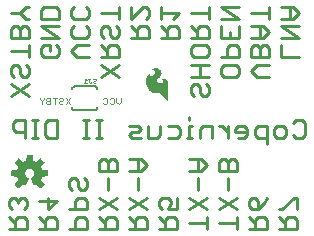
<source format=gbr>
G04 EAGLE Gerber RS-274X export*
G75*
%MOMM*%
%FSLAX34Y34*%
%LPD*%
%INSilkscreen Bottom*%
%IPPOS*%
%AMOC8*
5,1,8,0,0,1.08239X$1,22.5*%
G01*
%ADD10C,0.279400*%
%ADD11C,0.101600*%
%ADD12C,0.203200*%
%ADD13C,0.025400*%

G36*
X44720Y69046D02*
X44720Y69046D01*
X44828Y69056D01*
X44841Y69062D01*
X44855Y69064D01*
X44952Y69112D01*
X45051Y69157D01*
X45064Y69168D01*
X45073Y69172D01*
X45088Y69188D01*
X45165Y69250D01*
X47750Y71835D01*
X47813Y71924D01*
X47879Y72009D01*
X47884Y72022D01*
X47892Y72034D01*
X47923Y72137D01*
X47959Y72240D01*
X47959Y72254D01*
X47963Y72267D01*
X47959Y72375D01*
X47960Y72484D01*
X47955Y72497D01*
X47955Y72511D01*
X47917Y72613D01*
X47882Y72715D01*
X47873Y72730D01*
X47869Y72739D01*
X47855Y72756D01*
X47801Y72838D01*
X45037Y76228D01*
X45594Y77310D01*
X45600Y77330D01*
X45642Y77425D01*
X46013Y78584D01*
X50364Y79027D01*
X50468Y79055D01*
X50574Y79080D01*
X50586Y79087D01*
X50599Y79090D01*
X50689Y79151D01*
X50782Y79208D01*
X50790Y79219D01*
X50802Y79227D01*
X50868Y79313D01*
X50937Y79397D01*
X50941Y79410D01*
X50950Y79421D01*
X50984Y79524D01*
X51023Y79625D01*
X51024Y79643D01*
X51028Y79652D01*
X51028Y79674D01*
X51037Y79772D01*
X51037Y83428D01*
X51020Y83535D01*
X51006Y83643D01*
X51000Y83655D01*
X50998Y83669D01*
X50946Y83765D01*
X50899Y83862D01*
X50889Y83872D01*
X50883Y83884D01*
X50803Y83958D01*
X50727Y84035D01*
X50715Y84041D01*
X50705Y84051D01*
X50606Y84096D01*
X50509Y84144D01*
X50491Y84148D01*
X50482Y84152D01*
X50461Y84154D01*
X50364Y84173D01*
X46013Y84616D01*
X45642Y85775D01*
X45633Y85793D01*
X45631Y85800D01*
X45627Y85807D01*
X45594Y85890D01*
X45037Y86972D01*
X47801Y90362D01*
X47855Y90456D01*
X47912Y90548D01*
X47915Y90561D01*
X47922Y90573D01*
X47943Y90680D01*
X47968Y90785D01*
X47966Y90799D01*
X47969Y90813D01*
X47954Y90920D01*
X47944Y91028D01*
X47938Y91041D01*
X47936Y91055D01*
X47888Y91152D01*
X47843Y91251D01*
X47832Y91264D01*
X47828Y91273D01*
X47812Y91288D01*
X47750Y91365D01*
X45165Y93950D01*
X45076Y94013D01*
X44991Y94079D01*
X44978Y94084D01*
X44966Y94092D01*
X44863Y94123D01*
X44760Y94159D01*
X44746Y94159D01*
X44733Y94163D01*
X44625Y94159D01*
X44516Y94160D01*
X44503Y94155D01*
X44489Y94155D01*
X44387Y94117D01*
X44285Y94082D01*
X44270Y94073D01*
X44261Y94069D01*
X44244Y94055D01*
X44162Y94001D01*
X40772Y91237D01*
X39690Y91794D01*
X39670Y91800D01*
X39575Y91842D01*
X38416Y92213D01*
X37973Y96564D01*
X37945Y96668D01*
X37920Y96774D01*
X37913Y96786D01*
X37910Y96799D01*
X37849Y96889D01*
X37792Y96982D01*
X37781Y96990D01*
X37773Y97002D01*
X37687Y97068D01*
X37603Y97137D01*
X37590Y97141D01*
X37579Y97150D01*
X37476Y97184D01*
X37375Y97223D01*
X37357Y97224D01*
X37348Y97228D01*
X37326Y97228D01*
X37228Y97237D01*
X33572Y97237D01*
X33465Y97220D01*
X33357Y97206D01*
X33345Y97200D01*
X33331Y97198D01*
X33235Y97146D01*
X33138Y97099D01*
X33128Y97089D01*
X33116Y97083D01*
X33042Y97003D01*
X32965Y96927D01*
X32959Y96915D01*
X32949Y96905D01*
X32904Y96806D01*
X32856Y96709D01*
X32852Y96691D01*
X32848Y96682D01*
X32846Y96661D01*
X32827Y96564D01*
X32384Y92213D01*
X31225Y91842D01*
X31207Y91832D01*
X31110Y91794D01*
X30028Y91237D01*
X26638Y94001D01*
X26544Y94055D01*
X26452Y94112D01*
X26439Y94115D01*
X26427Y94122D01*
X26320Y94143D01*
X26215Y94168D01*
X26201Y94166D01*
X26187Y94169D01*
X26080Y94154D01*
X25972Y94144D01*
X25959Y94138D01*
X25946Y94136D01*
X25848Y94088D01*
X25749Y94043D01*
X25736Y94032D01*
X25727Y94028D01*
X25712Y94012D01*
X25635Y93950D01*
X23050Y91365D01*
X22987Y91276D01*
X22921Y91191D01*
X22916Y91178D01*
X22908Y91166D01*
X22877Y91063D01*
X22841Y90960D01*
X22841Y90946D01*
X22837Y90933D01*
X22841Y90825D01*
X22840Y90716D01*
X22845Y90703D01*
X22845Y90689D01*
X22883Y90587D01*
X22918Y90485D01*
X22927Y90470D01*
X22931Y90461D01*
X22945Y90444D01*
X22999Y90362D01*
X25763Y86972D01*
X25206Y85890D01*
X25200Y85870D01*
X25158Y85775D01*
X24787Y84616D01*
X20436Y84173D01*
X20332Y84145D01*
X20226Y84120D01*
X20214Y84113D01*
X20201Y84110D01*
X20111Y84049D01*
X20018Y83992D01*
X20010Y83981D01*
X19998Y83973D01*
X19932Y83887D01*
X19864Y83803D01*
X19859Y83790D01*
X19850Y83779D01*
X19816Y83676D01*
X19777Y83575D01*
X19776Y83557D01*
X19772Y83548D01*
X19773Y83526D01*
X19763Y83428D01*
X19763Y79772D01*
X19780Y79665D01*
X19794Y79557D01*
X19800Y79545D01*
X19802Y79531D01*
X19854Y79435D01*
X19901Y79338D01*
X19911Y79328D01*
X19917Y79316D01*
X19997Y79242D01*
X20073Y79165D01*
X20085Y79159D01*
X20096Y79149D01*
X20194Y79104D01*
X20291Y79056D01*
X20309Y79052D01*
X20318Y79048D01*
X20339Y79046D01*
X20436Y79027D01*
X24787Y78584D01*
X25158Y77425D01*
X25168Y77407D01*
X25206Y77310D01*
X25763Y76228D01*
X22999Y72838D01*
X22945Y72744D01*
X22888Y72652D01*
X22885Y72639D01*
X22878Y72627D01*
X22857Y72520D01*
X22832Y72415D01*
X22834Y72401D01*
X22831Y72387D01*
X22846Y72280D01*
X22856Y72172D01*
X22862Y72159D01*
X22864Y72146D01*
X22912Y72048D01*
X22957Y71949D01*
X22968Y71936D01*
X22972Y71927D01*
X22988Y71912D01*
X23050Y71835D01*
X25635Y69250D01*
X25724Y69187D01*
X25809Y69121D01*
X25822Y69116D01*
X25834Y69108D01*
X25937Y69077D01*
X26040Y69041D01*
X26054Y69041D01*
X26067Y69037D01*
X26175Y69041D01*
X26284Y69040D01*
X26297Y69045D01*
X26311Y69045D01*
X26413Y69083D01*
X26515Y69118D01*
X26530Y69127D01*
X26539Y69131D01*
X26556Y69145D01*
X26638Y69199D01*
X30028Y71963D01*
X31110Y71406D01*
X31163Y71389D01*
X31212Y71363D01*
X31278Y71352D01*
X31342Y71331D01*
X31398Y71332D01*
X31452Y71323D01*
X31519Y71334D01*
X31586Y71335D01*
X31638Y71353D01*
X31693Y71362D01*
X31753Y71394D01*
X31816Y71417D01*
X31859Y71451D01*
X31909Y71477D01*
X31955Y71526D01*
X32007Y71568D01*
X32038Y71615D01*
X32076Y71655D01*
X32132Y71760D01*
X32140Y71773D01*
X32141Y71778D01*
X32145Y71785D01*
X34298Y76982D01*
X34318Y77065D01*
X34323Y77078D01*
X34325Y77094D01*
X34350Y77179D01*
X34349Y77200D01*
X34354Y77220D01*
X34346Y77302D01*
X34347Y77321D01*
X34343Y77341D01*
X34339Y77422D01*
X34332Y77442D01*
X34330Y77463D01*
X34298Y77532D01*
X34292Y77559D01*
X34277Y77583D01*
X34251Y77650D01*
X34238Y77666D01*
X34229Y77685D01*
X34184Y77734D01*
X34164Y77766D01*
X34133Y77791D01*
X34095Y77837D01*
X34072Y77853D01*
X34062Y77863D01*
X34041Y77875D01*
X33976Y77920D01*
X33975Y77921D01*
X33974Y77922D01*
X33075Y78428D01*
X32388Y79072D01*
X31873Y79860D01*
X31561Y80748D01*
X31469Y81685D01*
X31602Y82617D01*
X31953Y83491D01*
X32502Y84256D01*
X33216Y84869D01*
X34056Y85294D01*
X34973Y85508D01*
X35914Y85498D01*
X36826Y85264D01*
X37656Y84821D01*
X38357Y84192D01*
X38889Y83415D01*
X39220Y82534D01*
X39333Y81599D01*
X39225Y80682D01*
X38905Y79814D01*
X38391Y79045D01*
X37712Y78418D01*
X36828Y77923D01*
X36786Y77890D01*
X36744Y77867D01*
X36713Y77834D01*
X36665Y77799D01*
X36653Y77783D01*
X36637Y77770D01*
X36602Y77715D01*
X36577Y77689D01*
X36564Y77659D01*
X36522Y77601D01*
X36516Y77582D01*
X36506Y77565D01*
X36487Y77490D01*
X36477Y77467D01*
X36474Y77443D01*
X36451Y77368D01*
X36452Y77348D01*
X36447Y77328D01*
X36454Y77242D01*
X36453Y77224D01*
X36456Y77208D01*
X36459Y77124D01*
X36467Y77099D01*
X36468Y77085D01*
X36478Y77063D01*
X36502Y76982D01*
X37431Y74739D01*
X37431Y74738D01*
X38362Y72491D01*
X38363Y72491D01*
X38655Y71785D01*
X38684Y71738D01*
X38705Y71686D01*
X38748Y71635D01*
X38784Y71578D01*
X38827Y71543D01*
X38863Y71500D01*
X38920Y71466D01*
X38972Y71423D01*
X39024Y71404D01*
X39072Y71375D01*
X39138Y71361D01*
X39201Y71337D01*
X39256Y71335D01*
X39310Y71324D01*
X39377Y71331D01*
X39444Y71329D01*
X39498Y71345D01*
X39553Y71352D01*
X39664Y71396D01*
X39678Y71400D01*
X39682Y71403D01*
X39690Y71406D01*
X40772Y71963D01*
X44162Y69199D01*
X44256Y69145D01*
X44348Y69088D01*
X44361Y69085D01*
X44373Y69078D01*
X44480Y69057D01*
X44585Y69032D01*
X44599Y69034D01*
X44613Y69031D01*
X44720Y69046D01*
G37*
G36*
X152444Y142318D02*
X152444Y142318D01*
X152486Y142333D01*
X152488Y142338D01*
X152492Y142340D01*
X152521Y142413D01*
X152525Y142424D01*
X152525Y142425D01*
X152525Y157589D01*
X152523Y157594D01*
X152525Y157600D01*
X152455Y158431D01*
X152449Y158442D01*
X152450Y158457D01*
X152210Y159256D01*
X152202Y159266D01*
X152200Y159280D01*
X151799Y160012D01*
X151789Y160020D01*
X151784Y160033D01*
X151314Y160583D01*
X151303Y160588D01*
X151296Y160600D01*
X150726Y161045D01*
X150714Y161048D01*
X150704Y161058D01*
X150056Y161379D01*
X150044Y161380D01*
X150032Y161388D01*
X149333Y161572D01*
X149322Y161571D01*
X149311Y161576D01*
X148371Y161649D01*
X148362Y161646D01*
X148351Y161649D01*
X147411Y161576D01*
X147407Y161574D01*
X147401Y161575D01*
X146918Y161499D01*
X146879Y161474D01*
X146839Y161453D01*
X146838Y161449D01*
X146835Y161447D01*
X146825Y161402D01*
X146813Y161358D01*
X146815Y161354D01*
X146814Y161350D01*
X146839Y161312D01*
X146863Y161273D01*
X146867Y161272D01*
X146869Y161269D01*
X146910Y161260D01*
X146950Y161248D01*
X147108Y161264D01*
X147246Y161236D01*
X147379Y161165D01*
X148203Y160566D01*
X148321Y160452D01*
X148393Y160314D01*
X148486Y159899D01*
X148486Y159471D01*
X148393Y159055D01*
X148187Y158651D01*
X147874Y158323D01*
X147268Y157958D01*
X146590Y157751D01*
X145879Y157716D01*
X145269Y157813D01*
X144683Y158011D01*
X144140Y158304D01*
X143715Y158669D01*
X143400Y159129D01*
X143214Y159654D01*
X143171Y160210D01*
X143273Y160758D01*
X143513Y161261D01*
X143883Y161696D01*
X144081Y161906D01*
X144676Y162537D01*
X145271Y163168D01*
X145336Y163237D01*
X145339Y163247D01*
X145348Y163253D01*
X146535Y165011D01*
X146537Y165024D01*
X146547Y165034D01*
X146827Y165722D01*
X146826Y165737D01*
X146835Y165752D01*
X146934Y166487D01*
X146930Y166502D01*
X146935Y166519D01*
X146848Y167256D01*
X146840Y167269D01*
X146840Y167287D01*
X146573Y167979D01*
X146562Y167990D01*
X146558Y168007D01*
X146127Y168610D01*
X146117Y168617D01*
X146111Y168629D01*
X145415Y169287D01*
X145407Y169290D01*
X145402Y169298D01*
X144625Y169858D01*
X144615Y169861D01*
X144607Y169869D01*
X143827Y170257D01*
X143815Y170258D01*
X143804Y170266D01*
X142964Y170497D01*
X142952Y170496D01*
X142940Y170502D01*
X142072Y170568D01*
X142062Y170564D01*
X142050Y170568D01*
X141150Y170482D01*
X141141Y170478D01*
X141131Y170479D01*
X140253Y170259D01*
X140245Y170253D01*
X140233Y170252D01*
X140005Y170151D01*
X139649Y169999D01*
X139648Y169999D01*
X139144Y169778D01*
X139134Y169767D01*
X139117Y169762D01*
X138682Y169424D01*
X138679Y169417D01*
X138671Y169413D01*
X138646Y169388D01*
X138643Y169387D01*
X138608Y169295D01*
X138649Y169206D01*
X138734Y169173D01*
X139337Y169173D01*
X139848Y169116D01*
X140338Y168977D01*
X140819Y168722D01*
X141214Y168352D01*
X141500Y167892D01*
X141657Y167373D01*
X141669Y167070D01*
X141610Y166770D01*
X141404Y166276D01*
X141121Y165818D01*
X140770Y165408D01*
X140358Y165054D01*
X139456Y164403D01*
X138968Y164154D01*
X138439Y164056D01*
X137900Y164114D01*
X137726Y164179D01*
X137365Y164427D01*
X137091Y164767D01*
X137047Y164870D01*
X137031Y164990D01*
X137031Y165870D01*
X137014Y165911D01*
X137000Y165953D01*
X136995Y165956D01*
X136993Y165961D01*
X136952Y165977D01*
X136912Y165996D01*
X136906Y165994D01*
X136901Y165996D01*
X136874Y165984D01*
X136825Y165968D01*
X135699Y165047D01*
X135693Y165035D01*
X135681Y165028D01*
X134774Y163891D01*
X134771Y163880D01*
X134762Y163872D01*
X134260Y162938D01*
X134259Y162928D01*
X134253Y162920D01*
X133895Y161923D01*
X133895Y161913D01*
X133890Y161904D01*
X133683Y160865D01*
X133685Y160855D01*
X133684Y160853D01*
X133685Y160853D01*
X133681Y160844D01*
X133621Y158916D01*
X133625Y158905D01*
X133622Y158893D01*
X133910Y156986D01*
X133916Y156976D01*
X133916Y156964D01*
X134544Y155140D01*
X134551Y155131D01*
X134553Y155119D01*
X135500Y153438D01*
X135508Y153432D01*
X135511Y153421D01*
X136396Y152314D01*
X136403Y152311D01*
X136405Y152305D01*
X136406Y152305D01*
X136408Y152301D01*
X137439Y151329D01*
X137447Y151326D01*
X137453Y151318D01*
X138610Y150501D01*
X138620Y150499D01*
X138628Y150491D01*
X139858Y149891D01*
X139869Y149890D01*
X139879Y149882D01*
X141198Y149514D01*
X141209Y149516D01*
X141220Y149510D01*
X142584Y149386D01*
X142589Y149388D01*
X142595Y149386D01*
X144870Y149386D01*
X145238Y149321D01*
X145589Y149194D01*
X146579Y148605D01*
X147433Y147823D01*
X152305Y142341D01*
X152309Y142339D01*
X152311Y142334D01*
X152353Y142318D01*
X152394Y142299D01*
X152398Y142301D01*
X152403Y142299D01*
X152444Y142318D01*
G37*
D10*
X263366Y179742D02*
X248367Y179742D01*
X248367Y189741D01*
X248367Y196114D02*
X263366Y196114D01*
X248367Y206113D01*
X263366Y206113D01*
X258366Y212485D02*
X248367Y212485D01*
X258366Y212485D02*
X263366Y217485D01*
X258366Y222485D01*
X248367Y222485D01*
X255866Y222485D02*
X255866Y212485D01*
X237966Y163371D02*
X227967Y163371D01*
X222967Y168370D01*
X227967Y173370D01*
X237966Y173370D01*
X237966Y179742D02*
X222967Y179742D01*
X237966Y179742D02*
X237966Y187242D01*
X235466Y189741D01*
X232966Y189741D01*
X230466Y187242D01*
X227967Y189741D01*
X225467Y189741D01*
X222967Y187242D01*
X222967Y179742D01*
X230466Y179742D02*
X230466Y187242D01*
X232966Y196114D02*
X222967Y196114D01*
X232966Y196114D02*
X237966Y201113D01*
X232966Y206113D01*
X222967Y206113D01*
X230466Y206113D02*
X230466Y196114D01*
X222967Y217485D02*
X237966Y217485D01*
X237966Y212485D02*
X237966Y222485D01*
X212566Y170870D02*
X212566Y165870D01*
X210066Y163371D01*
X200067Y163371D01*
X197567Y165870D01*
X197567Y170870D01*
X200067Y173370D01*
X210066Y173370D01*
X212566Y170870D01*
X212566Y179742D02*
X197567Y179742D01*
X212566Y179742D02*
X212566Y187242D01*
X210066Y189741D01*
X205066Y189741D01*
X202567Y187242D01*
X202567Y179742D01*
X212566Y196114D02*
X212566Y206113D01*
X212566Y196114D02*
X197567Y196114D01*
X197567Y206113D01*
X205066Y201113D02*
X205066Y196114D01*
X197567Y212485D02*
X212566Y212485D01*
X197567Y222485D01*
X212566Y222485D01*
X184666Y156998D02*
X187166Y154498D01*
X187166Y149499D01*
X184666Y146999D01*
X182166Y146999D01*
X179666Y149499D01*
X179666Y154498D01*
X177167Y156998D01*
X174667Y156998D01*
X172167Y154498D01*
X172167Y149499D01*
X174667Y146999D01*
X172167Y163371D02*
X187166Y163371D01*
X179666Y163371D02*
X179666Y173370D01*
X172167Y173370D02*
X187166Y173370D01*
X187166Y182242D02*
X187166Y187242D01*
X187166Y182242D02*
X184666Y179742D01*
X174667Y179742D01*
X172167Y182242D01*
X172167Y187242D01*
X174667Y189741D01*
X184666Y189741D01*
X187166Y187242D01*
X187166Y196114D02*
X172167Y196114D01*
X187166Y196114D02*
X187166Y203613D01*
X184666Y206113D01*
X179666Y206113D01*
X177167Y203613D01*
X177167Y196114D01*
X177167Y201113D02*
X172167Y206113D01*
X172167Y217485D02*
X187166Y217485D01*
X187166Y212485D02*
X187166Y222485D01*
X161766Y196114D02*
X146767Y196114D01*
X161766Y196114D02*
X161766Y203613D01*
X159266Y206113D01*
X154266Y206113D01*
X151767Y203613D01*
X151767Y196114D01*
X151767Y201113D02*
X146767Y206113D01*
X156766Y212485D02*
X161766Y217485D01*
X146767Y217485D01*
X146767Y212485D02*
X146767Y222485D01*
X136366Y196114D02*
X121367Y196114D01*
X136366Y196114D02*
X136366Y203613D01*
X133866Y206113D01*
X128866Y206113D01*
X126367Y203613D01*
X126367Y196114D01*
X126367Y201113D02*
X121367Y206113D01*
X121367Y212485D02*
X121367Y222485D01*
X131366Y222485D02*
X121367Y212485D01*
X131366Y222485D02*
X133866Y222485D01*
X136366Y219985D01*
X136366Y214985D01*
X133866Y212485D01*
X110966Y163371D02*
X95967Y173370D01*
X95967Y163371D02*
X110966Y173370D01*
X110966Y179742D02*
X95967Y179742D01*
X110966Y179742D02*
X110966Y187242D01*
X108466Y189741D01*
X103466Y189741D01*
X100967Y187242D01*
X100967Y179742D01*
X100967Y184742D02*
X95967Y189741D01*
X110966Y203613D02*
X108466Y206113D01*
X110966Y203613D02*
X110966Y198614D01*
X108466Y196114D01*
X105966Y196114D01*
X103466Y198614D01*
X103466Y203613D01*
X100967Y206113D01*
X98467Y206113D01*
X95967Y203613D01*
X95967Y198614D01*
X98467Y196114D01*
X95967Y217485D02*
X110966Y217485D01*
X110966Y212485D02*
X110966Y222485D01*
X85566Y179742D02*
X75567Y179742D01*
X70567Y184742D01*
X75567Y189741D01*
X85566Y189741D01*
X85566Y203613D02*
X83066Y206113D01*
X85566Y203613D02*
X85566Y198614D01*
X83066Y196114D01*
X73067Y196114D01*
X70567Y198614D01*
X70567Y203613D01*
X73067Y206113D01*
X85566Y219985D02*
X83066Y222485D01*
X85566Y219985D02*
X85566Y214985D01*
X83066Y212485D01*
X73067Y212485D01*
X70567Y214985D01*
X70567Y219985D01*
X73067Y222485D01*
X57666Y189741D02*
X60166Y187242D01*
X60166Y182242D01*
X57666Y179742D01*
X47667Y179742D01*
X45167Y182242D01*
X45167Y187242D01*
X47667Y189741D01*
X52666Y189741D01*
X52666Y184742D01*
X45167Y196114D02*
X60166Y196114D01*
X45167Y206113D01*
X60166Y206113D01*
X60166Y212485D02*
X45167Y212485D01*
X45167Y219985D01*
X47667Y222485D01*
X57666Y222485D01*
X60166Y219985D01*
X60166Y212485D01*
X19767Y156998D02*
X34766Y146999D01*
X34766Y156998D02*
X19767Y146999D01*
X34766Y170870D02*
X32266Y173370D01*
X34766Y170870D02*
X34766Y165870D01*
X32266Y163371D01*
X29766Y163371D01*
X27266Y165870D01*
X27266Y170870D01*
X24767Y173370D01*
X22267Y173370D01*
X19767Y170870D01*
X19767Y165870D01*
X22267Y163371D01*
X19767Y184742D02*
X34766Y184742D01*
X34766Y189741D02*
X34766Y179742D01*
X34766Y196114D02*
X19767Y196114D01*
X34766Y196114D02*
X34766Y203613D01*
X32266Y206113D01*
X29766Y206113D01*
X27266Y203613D01*
X24767Y206113D01*
X22267Y206113D01*
X19767Y203613D01*
X19767Y196114D01*
X27266Y196114D02*
X27266Y203613D01*
X32266Y212485D02*
X34766Y212485D01*
X32266Y212485D02*
X27266Y217485D01*
X32266Y222485D01*
X34766Y222485D01*
X27266Y217485D02*
X19767Y217485D01*
X17907Y34577D02*
X32906Y34577D01*
X32906Y42076D01*
X30406Y44576D01*
X25406Y44576D01*
X22907Y42076D01*
X22907Y34577D01*
X22907Y39577D02*
X17907Y44576D01*
X30406Y50949D02*
X32906Y53448D01*
X32906Y58448D01*
X30406Y60948D01*
X27906Y60948D01*
X25406Y58448D01*
X25406Y55948D01*
X25406Y58448D02*
X22907Y60948D01*
X20407Y60948D01*
X17907Y58448D01*
X17907Y53448D01*
X20407Y50949D01*
X43307Y34577D02*
X58306Y34577D01*
X58306Y42076D01*
X55806Y44576D01*
X50806Y44576D01*
X48307Y42076D01*
X48307Y34577D01*
X48307Y39577D02*
X43307Y44576D01*
X43307Y58448D02*
X58306Y58448D01*
X50806Y50949D01*
X50806Y60948D01*
X68707Y34577D02*
X83706Y34577D01*
X83706Y42076D01*
X81206Y44576D01*
X76206Y44576D01*
X73707Y42076D01*
X73707Y34577D01*
X68707Y50949D02*
X83706Y50949D01*
X83706Y58448D01*
X81206Y60948D01*
X76206Y60948D01*
X73707Y58448D01*
X73707Y50949D01*
X83706Y74820D02*
X81206Y77319D01*
X83706Y74820D02*
X83706Y69820D01*
X81206Y67320D01*
X78706Y67320D01*
X76206Y69820D01*
X76206Y74820D01*
X73707Y77319D01*
X71207Y77319D01*
X68707Y74820D01*
X68707Y69820D01*
X71207Y67320D01*
X94107Y34577D02*
X109106Y34577D01*
X109106Y42076D01*
X106606Y44576D01*
X101606Y44576D01*
X99107Y42076D01*
X99107Y34577D01*
X99107Y39577D02*
X94107Y44576D01*
X109106Y50949D02*
X94107Y60948D01*
X94107Y50949D02*
X109106Y60948D01*
X101606Y67320D02*
X101606Y77319D01*
X94107Y83692D02*
X109106Y83692D01*
X109106Y91191D01*
X106606Y93691D01*
X104106Y93691D01*
X101606Y91191D01*
X99107Y93691D01*
X96607Y93691D01*
X94107Y91191D01*
X94107Y83692D01*
X101606Y83692D02*
X101606Y91191D01*
X119507Y34577D02*
X134506Y34577D01*
X134506Y42076D01*
X132006Y44576D01*
X127006Y44576D01*
X124507Y42076D01*
X124507Y34577D01*
X124507Y39577D02*
X119507Y44576D01*
X134506Y50949D02*
X119507Y60948D01*
X119507Y50949D02*
X134506Y60948D01*
X127006Y67320D02*
X127006Y77319D01*
X129506Y83692D02*
X119507Y83692D01*
X129506Y83692D02*
X134506Y88691D01*
X129506Y93691D01*
X119507Y93691D01*
X127006Y93691D02*
X127006Y83692D01*
X144907Y34577D02*
X159906Y34577D01*
X159906Y42076D01*
X157406Y44576D01*
X152406Y44576D01*
X149907Y42076D01*
X149907Y34577D01*
X149907Y39577D02*
X144907Y44576D01*
X159906Y50949D02*
X159906Y60948D01*
X159906Y50949D02*
X152406Y50949D01*
X154906Y55948D01*
X154906Y58448D01*
X152406Y60948D01*
X147407Y60948D01*
X144907Y58448D01*
X144907Y53448D01*
X147407Y50949D01*
X170307Y39577D02*
X185306Y39577D01*
X185306Y44576D02*
X185306Y34577D01*
X185306Y50949D02*
X170307Y60948D01*
X170307Y50949D02*
X185306Y60948D01*
X177806Y67320D02*
X177806Y77319D01*
X180306Y83692D02*
X170307Y83692D01*
X180306Y83692D02*
X185306Y88691D01*
X180306Y93691D01*
X170307Y93691D01*
X177806Y93691D02*
X177806Y83692D01*
X195707Y39577D02*
X210706Y39577D01*
X210706Y44576D02*
X210706Y34577D01*
X210706Y50949D02*
X195707Y60948D01*
X195707Y50949D02*
X210706Y60948D01*
X203206Y67320D02*
X203206Y77319D01*
X195707Y83692D02*
X210706Y83692D01*
X210706Y91191D01*
X208206Y93691D01*
X205706Y93691D01*
X203206Y91191D01*
X200707Y93691D01*
X198207Y93691D01*
X195707Y91191D01*
X195707Y83692D01*
X203206Y83692D02*
X203206Y91191D01*
X221107Y34577D02*
X236106Y34577D01*
X236106Y42076D01*
X233606Y44576D01*
X228606Y44576D01*
X226107Y42076D01*
X226107Y34577D01*
X226107Y39577D02*
X221107Y44576D01*
X233606Y55948D02*
X236106Y60948D01*
X233606Y55948D02*
X228606Y50949D01*
X223607Y50949D01*
X221107Y53448D01*
X221107Y58448D01*
X223607Y60948D01*
X226107Y60948D01*
X228606Y58448D01*
X228606Y50949D01*
X246507Y34577D02*
X261506Y34577D01*
X261506Y42076D01*
X259006Y44576D01*
X254006Y44576D01*
X251507Y42076D01*
X251507Y34577D01*
X251507Y39577D02*
X246507Y44576D01*
X261506Y50949D02*
X261506Y60948D01*
X259006Y60948D01*
X249007Y50949D01*
X246507Y50949D01*
X258604Y123896D02*
X261104Y126396D01*
X266103Y126396D01*
X268603Y123896D01*
X268603Y113897D01*
X266103Y111397D01*
X261104Y111397D01*
X258604Y113897D01*
X249732Y111397D02*
X244732Y111397D01*
X242232Y113897D01*
X242232Y118896D01*
X244732Y121396D01*
X249732Y121396D01*
X252231Y118896D01*
X252231Y113897D01*
X249732Y111397D01*
X235860Y106397D02*
X235860Y121396D01*
X228360Y121396D01*
X225861Y118896D01*
X225861Y113897D01*
X228360Y111397D01*
X235860Y111397D01*
X216989Y111397D02*
X211989Y111397D01*
X216989Y111397D02*
X219488Y113897D01*
X219488Y118896D01*
X216989Y121396D01*
X211989Y121396D01*
X209489Y118896D01*
X209489Y116397D01*
X219488Y116397D01*
X203117Y111397D02*
X203117Y121396D01*
X203117Y116397D02*
X198117Y121396D01*
X195617Y121396D01*
X189474Y121396D02*
X189474Y111397D01*
X189474Y121396D02*
X181974Y121396D01*
X179475Y118896D01*
X179475Y111397D01*
X173102Y121396D02*
X170602Y121396D01*
X170602Y111397D01*
X168103Y111397D02*
X173102Y111397D01*
X170602Y126396D02*
X170602Y128896D01*
X159688Y121396D02*
X152189Y121396D01*
X159688Y121396D02*
X162188Y118896D01*
X162188Y113897D01*
X159688Y111397D01*
X152189Y111397D01*
X145816Y113897D02*
X145816Y121396D01*
X145816Y113897D02*
X143317Y111397D01*
X135817Y111397D01*
X135817Y121396D01*
X129445Y111397D02*
X121945Y111397D01*
X119446Y113897D01*
X121945Y116397D01*
X126945Y116397D01*
X129445Y118896D01*
X126945Y121396D01*
X119446Y121396D01*
X96702Y111397D02*
X91702Y111397D01*
X94202Y111397D02*
X94202Y126396D01*
X96702Y126396D02*
X91702Y126396D01*
X85787Y111397D02*
X80788Y111397D01*
X83287Y111397D02*
X83287Y126396D01*
X80788Y126396D02*
X85787Y126396D01*
X58501Y126396D02*
X58501Y111397D01*
X51002Y111397D01*
X48502Y113897D01*
X48502Y123896D01*
X51002Y126396D01*
X58501Y126396D01*
X42130Y111397D02*
X37130Y111397D01*
X39630Y111397D02*
X39630Y126396D01*
X42130Y126396D02*
X37130Y126396D01*
X31215Y126396D02*
X31215Y111397D01*
X31215Y126396D02*
X23716Y126396D01*
X21216Y123896D01*
X21216Y118896D01*
X23716Y116397D01*
X31215Y116397D01*
D11*
X66102Y140508D02*
X69492Y145592D01*
X66102Y145592D02*
X69492Y140508D01*
X61337Y145592D02*
X60489Y144745D01*
X61337Y145592D02*
X63032Y145592D01*
X63879Y144745D01*
X63879Y143898D01*
X63032Y143050D01*
X61337Y143050D01*
X60489Y142203D01*
X60489Y141355D01*
X61337Y140508D01*
X63032Y140508D01*
X63879Y141355D01*
X56571Y140508D02*
X56571Y145592D01*
X58266Y145592D02*
X54876Y145592D01*
X52653Y145592D02*
X52653Y140508D01*
X52653Y145592D02*
X50111Y145592D01*
X49263Y144745D01*
X49263Y143898D01*
X50111Y143050D01*
X49263Y142203D01*
X49263Y141355D01*
X50111Y140508D01*
X52653Y140508D01*
X52653Y143050D02*
X50111Y143050D01*
X47040Y144745D02*
X47040Y145592D01*
X47040Y144745D02*
X45345Y143050D01*
X43650Y144745D01*
X43650Y145592D01*
X45345Y143050D02*
X45345Y140508D01*
X112192Y142203D02*
X112192Y145592D01*
X112192Y142203D02*
X110497Y140508D01*
X108802Y142203D01*
X108802Y145592D01*
X104037Y145592D02*
X103189Y144745D01*
X104037Y145592D02*
X105732Y145592D01*
X106579Y144745D01*
X106579Y141355D01*
X105732Y140508D01*
X104037Y140508D01*
X103189Y141355D01*
X98424Y145592D02*
X97576Y144745D01*
X98424Y145592D02*
X100118Y145592D01*
X100966Y144745D01*
X100966Y141355D01*
X100118Y140508D01*
X98424Y140508D01*
X97576Y141355D01*
D12*
X90155Y134940D02*
X73645Y134940D01*
X71105Y152720D02*
X71107Y152820D01*
X71113Y152919D01*
X71123Y153019D01*
X71136Y153117D01*
X71154Y153216D01*
X71175Y153313D01*
X71200Y153409D01*
X71229Y153505D01*
X71262Y153599D01*
X71298Y153692D01*
X71338Y153783D01*
X71382Y153873D01*
X71429Y153961D01*
X71479Y154047D01*
X71533Y154131D01*
X71590Y154213D01*
X71650Y154292D01*
X71714Y154370D01*
X71780Y154444D01*
X71849Y154516D01*
X71921Y154585D01*
X71995Y154651D01*
X72073Y154715D01*
X72152Y154775D01*
X72234Y154832D01*
X72318Y154886D01*
X72404Y154936D01*
X72492Y154983D01*
X72582Y155027D01*
X72673Y155067D01*
X72766Y155103D01*
X72860Y155136D01*
X72956Y155165D01*
X73052Y155190D01*
X73149Y155211D01*
X73248Y155229D01*
X73346Y155242D01*
X73446Y155252D01*
X73545Y155258D01*
X73645Y155260D01*
X90155Y155260D02*
X90255Y155258D01*
X90354Y155252D01*
X90454Y155242D01*
X90552Y155229D01*
X90651Y155211D01*
X90748Y155190D01*
X90844Y155165D01*
X90940Y155136D01*
X91034Y155103D01*
X91127Y155067D01*
X91218Y155027D01*
X91308Y154983D01*
X91396Y154936D01*
X91482Y154886D01*
X91566Y154832D01*
X91648Y154775D01*
X91727Y154715D01*
X91805Y154651D01*
X91879Y154585D01*
X91951Y154516D01*
X92020Y154444D01*
X92086Y154370D01*
X92150Y154292D01*
X92210Y154213D01*
X92267Y154131D01*
X92321Y154047D01*
X92371Y153961D01*
X92418Y153873D01*
X92462Y153783D01*
X92502Y153692D01*
X92538Y153599D01*
X92571Y153505D01*
X92600Y153409D01*
X92625Y153313D01*
X92646Y153216D01*
X92664Y153117D01*
X92677Y153019D01*
X92687Y152919D01*
X92693Y152820D01*
X92695Y152720D01*
X92695Y137480D02*
X92693Y137380D01*
X92687Y137281D01*
X92677Y137181D01*
X92664Y137083D01*
X92646Y136984D01*
X92625Y136887D01*
X92600Y136791D01*
X92571Y136695D01*
X92538Y136601D01*
X92502Y136508D01*
X92462Y136417D01*
X92418Y136327D01*
X92371Y136239D01*
X92321Y136153D01*
X92267Y136069D01*
X92210Y135987D01*
X92150Y135908D01*
X92086Y135830D01*
X92020Y135756D01*
X91951Y135684D01*
X91879Y135615D01*
X91805Y135549D01*
X91727Y135485D01*
X91648Y135425D01*
X91566Y135368D01*
X91482Y135314D01*
X91396Y135264D01*
X91308Y135217D01*
X91218Y135173D01*
X91127Y135133D01*
X91034Y135097D01*
X90940Y135064D01*
X90844Y135035D01*
X90748Y135010D01*
X90651Y134989D01*
X90552Y134971D01*
X90454Y134958D01*
X90354Y134948D01*
X90255Y134942D01*
X90155Y134940D01*
X73645Y134940D02*
X73545Y134942D01*
X73446Y134948D01*
X73346Y134958D01*
X73248Y134971D01*
X73149Y134989D01*
X73052Y135010D01*
X72956Y135035D01*
X72860Y135064D01*
X72766Y135097D01*
X72673Y135133D01*
X72582Y135173D01*
X72492Y135217D01*
X72404Y135264D01*
X72318Y135314D01*
X72234Y135368D01*
X72152Y135425D01*
X72073Y135485D01*
X71995Y135549D01*
X71921Y135615D01*
X71849Y135684D01*
X71780Y135756D01*
X71714Y135830D01*
X71650Y135908D01*
X71590Y135987D01*
X71533Y136069D01*
X71479Y136153D01*
X71429Y136239D01*
X71382Y136327D01*
X71338Y136417D01*
X71298Y136508D01*
X71262Y136601D01*
X71229Y136695D01*
X71200Y136791D01*
X71175Y136887D01*
X71154Y136984D01*
X71136Y137083D01*
X71123Y137181D01*
X71113Y137281D01*
X71107Y137380D01*
X71105Y137480D01*
X73645Y155260D02*
X90155Y155260D01*
D13*
X88756Y161105D02*
X89391Y161740D01*
X90662Y161740D01*
X91298Y161105D01*
X91298Y160469D01*
X90662Y159834D01*
X89391Y159834D01*
X88756Y159198D01*
X88756Y158563D01*
X89391Y157927D01*
X90662Y157927D01*
X91298Y158563D01*
X87556Y158563D02*
X86920Y157927D01*
X86285Y157927D01*
X85649Y158563D01*
X85649Y161740D01*
X85014Y161740D02*
X86285Y161740D01*
X83814Y160469D02*
X82543Y161740D01*
X82543Y157927D01*
X83814Y157927D02*
X81272Y157927D01*
M02*

</source>
